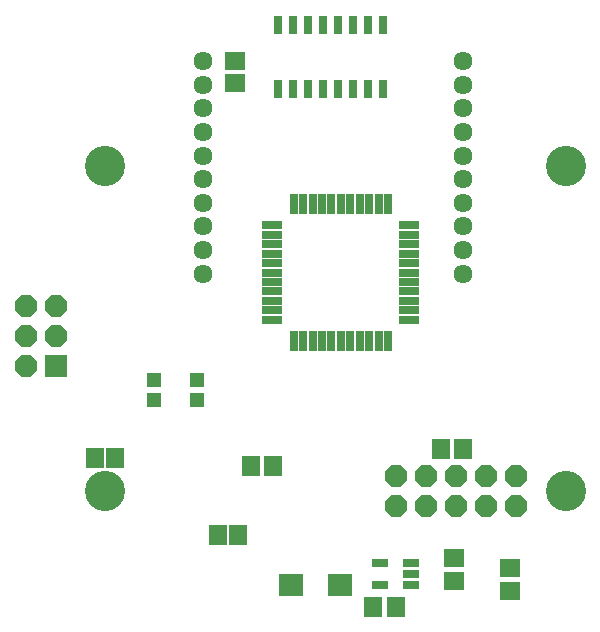
<source format=gbs>
G75*
G70*
%OFA0B0*%
%FSLAX24Y24*%
%IPPOS*%
%LPD*%
%AMOC8*
5,1,8,0,0,1.08239X$1,22.5*
%
%ADD10C,0.1340*%
%ADD11R,0.0552X0.0297*%
%ADD12R,0.0720X0.0720*%
%ADD13OC8,0.0720*%
%ADD14R,0.0671X0.0592*%
%ADD15R,0.0592X0.0671*%
%ADD16C,0.0635*%
%ADD17R,0.0316X0.0631*%
%ADD18R,0.0474X0.0513*%
%ADD19R,0.0671X0.0277*%
%ADD20R,0.0277X0.0671*%
%ADD21R,0.0789X0.0749*%
D10*
X004862Y006830D03*
X004862Y017657D03*
X020216Y017657D03*
X020216Y006830D03*
D11*
X015047Y004444D03*
X015047Y004070D03*
X015047Y003696D03*
X014023Y003696D03*
X014023Y004444D03*
D12*
X003220Y010996D03*
D13*
X003220Y011996D03*
X003220Y012996D03*
X002220Y012996D03*
X002220Y011996D03*
X002220Y010996D03*
X014547Y007330D03*
X014547Y006330D03*
X015547Y006330D03*
X015547Y007330D03*
X016547Y007330D03*
X016547Y006330D03*
X017547Y006330D03*
X018547Y006330D03*
X018547Y007330D03*
X017547Y007330D03*
D14*
X016472Y004598D03*
X016472Y003850D03*
X018362Y003515D03*
X018362Y004263D03*
X009189Y020425D03*
X009189Y021173D03*
D15*
X016055Y008232D03*
X016803Y008232D03*
X014539Y002976D03*
X013791Y002976D03*
X009291Y005374D03*
X008622Y005374D03*
X009716Y007681D03*
X010464Y007681D03*
X005196Y007933D03*
X004527Y007933D03*
D16*
X008129Y014082D03*
X008129Y014870D03*
X008129Y015657D03*
X008129Y016444D03*
X008129Y017232D03*
X008129Y018019D03*
X008129Y018807D03*
X008129Y019594D03*
X008129Y020381D03*
X008129Y021169D03*
X016791Y021169D03*
X016791Y020381D03*
X016791Y019594D03*
X016791Y018807D03*
X016791Y018019D03*
X016791Y017232D03*
X016791Y016444D03*
X016791Y015657D03*
X016791Y014870D03*
X016791Y014082D03*
D17*
X014104Y020242D03*
X013604Y020242D03*
X013104Y020242D03*
X012604Y020242D03*
X012104Y020242D03*
X011604Y020242D03*
X011104Y020242D03*
X010604Y020242D03*
X010604Y022379D03*
X011104Y022379D03*
X011604Y022379D03*
X012104Y022379D03*
X012604Y022379D03*
X013104Y022379D03*
X013604Y022379D03*
X014104Y022379D03*
D18*
X007909Y010543D03*
X007909Y009874D03*
X006500Y009870D03*
X006500Y010539D03*
D19*
X010433Y012547D03*
X010433Y012862D03*
X010433Y013177D03*
X010433Y013492D03*
X010433Y013807D03*
X010433Y014122D03*
X010433Y014437D03*
X010433Y014751D03*
X010433Y015066D03*
X010433Y015381D03*
X010433Y015696D03*
X015000Y015696D03*
X015000Y015381D03*
X015000Y015066D03*
X015000Y014751D03*
X015000Y014437D03*
X015000Y014122D03*
X015000Y013807D03*
X015000Y013492D03*
X015000Y013177D03*
X015000Y012862D03*
X015000Y012547D03*
D20*
X014291Y011838D03*
X013976Y011838D03*
X013661Y011838D03*
X013346Y011838D03*
X013031Y011838D03*
X012716Y011838D03*
X012401Y011838D03*
X012086Y011838D03*
X011771Y011838D03*
X011456Y011838D03*
X011141Y011838D03*
X011141Y016405D03*
X011456Y016405D03*
X011771Y016405D03*
X012086Y016405D03*
X012401Y016405D03*
X012716Y016405D03*
X013031Y016405D03*
X013346Y016405D03*
X013661Y016405D03*
X013976Y016405D03*
X014291Y016405D03*
D21*
X012673Y003689D03*
X011059Y003689D03*
M02*

</source>
